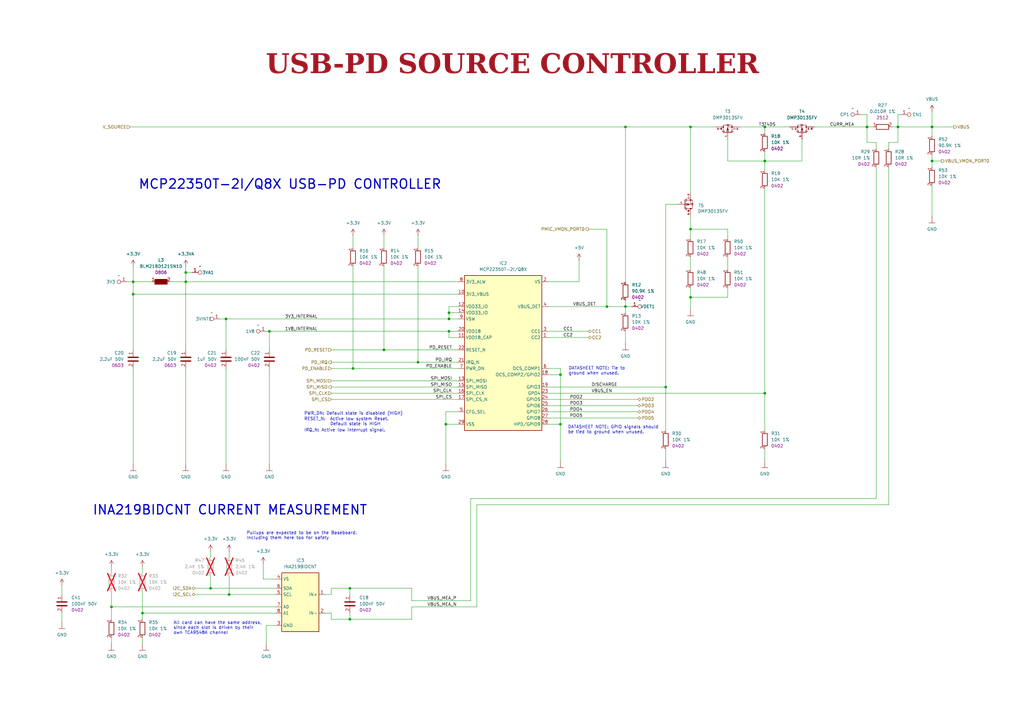
<source format=kicad_sch>
(kicad_sch (version 20250114) (generator "eeschema") (generator_version "9.0")
  (paper "A3")
  (title_block (title "Sheet Title B") (date "2025-01-12") (rev "1.0.0") (company "DvidMakesThings"))
  (text "DATASHEET NOTE: Tie to \nground when unused." (at 233.172 152.146 0) (effects (font (size 1.27 1.27)) (justify left)))
  (text "MCP22350T-2I/Q8X USB-PD CONTROLLER" (at 56.642 75.692 0) (effects (font (size 3.81 3.81) (thickness 0.508) (bold yes)) (justify left)))
  (text "PWR_DN: Default state is disabled (HIGH)" (at 124.714 169.672 0) (effects (font (size 1.27 1.27)) (justify left)))
  (text "Pullups are expected to be on the Baseboard. \nIncluding them here too for safety" (at 101.092 219.71 0) (effects (font (size 1.27 1.27)) (justify left)))
  (text "RESET_N:  Active low system Reset. \n           Default state is HIGH" (at 124.714 172.974 0) (effects (font (size 1.27 1.27)) (justify left)))
  (text "DATASHEET NOTE: GPIO signals should \nbe tied to ground when unused." (at 232.918 176.276 0) (effects (font (size 1.27 1.27)) (justify left)))
  (text "All card can have the same address,\nsince each slot is driven by their\nown TCA9548A channel" (at 71.12 257.556 0) (effects (font (size 1.27 1.27)) (justify left)))
  (text "IRQ_N: Active low interrupt signal." (at 124.714 176.53 0) (effects (font (size 1.27 1.27)) (justify left)))
  (text "INA219BIDCNT CURRENT MEASUREMENT" (at 37.846 209.296 0) (effects (font (size 3.81 3.81) (thickness 0.508) (bold yes)) (justify left)))
  (text_box "USB-PD SOURCE CONTROLLER" (at 13.97 20.32 0) (size 392.43 12.7) (margins 5.9999 5.9999 5.9999 5.9999) (stroke (width -0.0001)) (effects (font (size 8 8) (thickness 1.2) (bold yes))))
  (junction (at 54.61 120.65))
  (junction (at 256.54 125.73))
  (junction (at 283.21 52.07))
  (junction (at 283.21 93.98))
  (junction (at 283.21 121.92))
  (junction (at 184.15 135.89))
  (junction (at 382.27 66.04))
  (junction (at 93.98 243.84))
  (junction (at 86.36 241.3))
  (junction (at 313.69 52.07))
  (junction (at 248.92 125.73))
  (junction (at 273.05 158.75))
  (junction (at 382.27 52.07))
  (junction (at 229.87 153.67))
  (junction (at 58.42 251.46))
  (junction (at 54.61 115.57))
  (junction (at 110.49 135.89))
  (junction (at 144.78 151.13))
  (junction (at 45.72 248.92))
  (junction (at 313.69 66.04))
  (junction (at 143.51 241.3))
  (junction (at 92.71 130.81))
  (junction (at 355.6 52.07))
  (junction (at 76.2 115.57))
  (junction (at 256.54 52.07))
  (junction (at 368.3 52.07))
  (junction (at 157.48 143.51))
  (junction (at 184.15 130.81))
  (junction (at 171.45 148.59))
  (junction (at 143.51 254))
  (junction (at 76.2 111.76))
  (junction (at 182.88 173.99))
  (junction (at 184.15 128.27))
  (junction (at 313.69 161.29))
  (junction (at 229.87 173.99))
  (wire (pts (xy 53.34 52.07) (xy 256.54 52.07)))
  (wire (pts (xy 256.54 123.19) (xy 256.54 125.73)))
  (wire (pts (xy 143.51 251.46) (xy 143.51 254)))
  (wire (pts (xy 86.36 241.3) (xy 113.03 241.3)))
  (wire (pts (xy 90.17 130.81) (xy 92.71 130.81)))
  (wire (pts (xy 256.54 125.73) (xy 259.08 125.73)))
  (wire (pts (xy 69.85 115.57) (xy 76.2 115.57)))
  (wire (pts (xy 171.45 148.59) (xy 187.96 148.59)))
  (wire (pts (xy 364.49 68.58) (xy 364.49 207.01)))
  (wire (pts (xy 135.89 254) (xy 143.51 254)))
  (wire (pts (xy 25.4 240.03) (xy 25.4 243.84)))
  (wire (pts (xy 109.22 135.89) (xy 110.49 135.89)))
  (wire (pts (xy 45.72 242.57) (xy 45.72 248.92)))
  (wire (pts (xy 135.89 241.3) (xy 143.51 241.3)))
  (wire (pts (xy 195.58 207.01) (xy 195.58 248.92)))
  (wire (pts (xy 135.89 156.21) (xy 187.96 156.21)))
  (wire (pts (xy 382.27 52.07) (xy 382.27 55.88)))
  (wire (pts (xy 224.79 168.91) (xy 261.62 168.91)))
  (wire (pts (xy 135.89 151.13) (xy 144.78 151.13)))
  (wire (pts (xy 157.48 109.22) (xy 157.48 143.51)))
  (wire (pts (xy 283.21 118.11) (xy 283.21 121.92)))
  (wire (pts (xy 92.71 130.81) (xy 184.15 130.81)))
  (wire (pts (xy 365.76 52.07) (xy 368.3 52.07)))
  (wire (pts (xy 368.3 46.99) (xy 368.3 52.07)))
  (wire (pts (xy 256.54 52.07) (xy 283.21 52.07)))
  (wire (pts (xy 248.92 125.73) (xy 256.54 125.73)))
  (wire (pts (xy 334.01 52.07) (xy 355.6 52.07)))
  (wire (pts (xy 184.15 128.27) (xy 187.96 128.27)))
  (wire (pts (xy 298.45 118.11) (xy 298.45 121.92)))
  (wire (pts (xy 229.87 173.99) (xy 229.87 189.23)))
  (wire (pts (xy 182.88 168.91) (xy 182.88 173.99)))
  (wire (pts (xy 93.98 226.06) (xy 93.98 228.6)))
  (wire (pts (xy 143.51 241.3) (xy 143.51 243.84)))
  (wire (pts (xy 283.21 110.49) (xy 283.21 105.41)))
  (wire (pts (xy 58.42 242.57) (xy 58.42 251.46)))
  (wire (pts (xy 224.79 171.45) (xy 261.62 171.45)))
  (wire (pts (xy 113.03 237.49) (xy 107.95 237.49)))
  (wire (pts (xy 283.21 93.98) (xy 298.45 93.98)))
  (wire (pts (xy 80.01 241.3) (xy 86.36 241.3)))
  (wire (pts (xy 92.71 190.5) (xy 92.71 151.13)))
  (wire (pts (xy 113.03 256.54) (xy 109.22 256.54)))
  (wire (pts (xy 355.6 46.99) (xy 355.6 52.07)))
  (wire (pts (xy 298.45 66.04) (xy 313.69 66.04)))
  (wire (pts (xy 364.49 60.96) (xy 364.49 58.42)))
  (wire (pts (xy 229.87 153.67) (xy 229.87 173.99)))
  (wire (pts (xy 168.91 248.92) (xy 195.58 248.92)))
  (wire (pts (xy 237.49 106.68) (xy 237.49 115.57)))
  (wire (pts (xy 187.96 125.73) (xy 184.15 125.73)))
  (wire (pts (xy 224.79 151.13) (xy 229.87 151.13)))
  (wire (pts (xy 143.51 254) (xy 168.91 254)))
  (wire (pts (xy 283.21 52.07) (xy 293.37 52.07)))
  (wire (pts (xy 168.91 246.38) (xy 193.04 246.38)))
  (wire (pts (xy 256.54 140.97) (xy 256.54 135.89)))
  (wire (pts (xy 144.78 109.22) (xy 144.78 151.13)))
  (wire (pts (xy 76.2 190.5) (xy 76.2 151.13)))
  (wire (pts (xy 382.27 52.07) (xy 391.16 52.07)))
  (wire (pts (xy 76.2 111.76) (xy 76.2 115.57)))
  (wire (pts (xy 368.3 58.42) (xy 368.3 52.07)))
  (wire (pts (xy 45.72 232.41) (xy 45.72 234.95)))
  (wire (pts (xy 224.79 161.29) (xy 313.69 161.29)))
  (wire (pts (xy 184.15 125.73) (xy 184.15 128.27)))
  (wire (pts (xy 224.79 115.57) (xy 237.49 115.57)))
  (wire (pts (xy 273.05 189.23) (xy 273.05 184.15)))
  (wire (pts (xy 359.41 58.42) (xy 355.6 58.42)))
  (wire (pts (xy 54.61 120.65) (xy 54.61 115.57)))
  (wire (pts (xy 355.6 58.42) (xy 355.6 52.07)))
  (wire (pts (xy 313.69 62.23) (xy 313.69 66.04)))
  (wire (pts (xy 256.54 125.73) (xy 256.54 128.27)))
  (wire (pts (xy 54.61 115.57) (xy 62.23 115.57)))
  (wire (pts (xy 133.35 251.46) (xy 135.89 251.46)))
  (wire (pts (xy 313.69 161.29) (xy 313.69 77.47)))
  (wire (pts (xy 52.07 115.57) (xy 54.61 115.57)))
  (wire (pts (xy 107.95 231.14) (xy 107.95 237.49)))
  (wire (pts (xy 54.61 190.5) (xy 54.61 151.13)))
  (wire (pts (xy 313.69 189.23) (xy 313.69 184.15)))
  (wire (pts (xy 313.69 66.04) (xy 313.69 69.85)))
  (wire (pts (xy 187.96 130.81) (xy 184.15 130.81)))
  (wire (pts (xy 368.3 52.07) (xy 382.27 52.07)))
  (wire (pts (xy 313.69 161.29) (xy 313.69 176.53)))
  (wire (pts (xy 298.45 93.98) (xy 298.45 97.79)))
  (wire (pts (xy 241.3 93.98) (xy 248.92 93.98)))
  (wire (pts (xy 283.21 121.92) (xy 298.45 121.92)))
  (wire (pts (xy 135.89 163.83) (xy 187.96 163.83)))
  (wire (pts (xy 157.48 96.52) (xy 157.48 101.6)))
  (wire (pts (xy 224.79 138.43) (xy 241.3 138.43)))
  (wire (pts (xy 93.98 236.22) (xy 93.98 243.84)))
  (wire (pts (xy 298.45 57.15) (xy 298.45 66.04)))
  (wire (pts (xy 364.49 207.01) (xy 195.58 207.01)))
  (wire (pts (xy 359.41 60.96) (xy 359.41 58.42)))
  (wire (pts (xy 283.21 121.92) (xy 283.21 127)))
  (wire (pts (xy 54.61 115.57) (xy 54.61 109.22)))
  (wire (pts (xy 313.69 52.07) (xy 313.69 54.61)))
  (wire (pts (xy 54.61 120.65) (xy 54.61 143.51)))
  (wire (pts (xy 328.93 66.04) (xy 313.69 66.04)))
  (wire (pts (xy 135.89 148.59) (xy 171.45 148.59)))
  (wire (pts (xy 224.79 158.75) (xy 273.05 158.75)))
  (wire (pts (xy 313.69 52.07) (xy 323.85 52.07)))
  (wire (pts (xy 143.51 241.3) (xy 168.91 241.3)))
  (wire (pts (xy 58.42 232.41) (xy 58.42 234.95)))
  (wire (pts (xy 76.2 111.76) (xy 78.74 111.76)))
  (wire (pts (xy 58.42 261.62) (xy 58.42 264.16)))
  (wire (pts (xy 229.87 151.13) (xy 229.87 153.67)))
  (wire (pts (xy 168.91 254) (xy 168.91 248.92)))
  (wire (pts (xy 382.27 66.04) (xy 386.08 66.04)))
  (wire (pts (xy 135.89 161.29) (xy 187.96 161.29)))
  (wire (pts (xy 283.21 78.74) (xy 283.21 52.07)))
  (wire (pts (xy 80.01 243.84) (xy 93.98 243.84)))
  (wire (pts (xy 110.49 135.89) (xy 110.49 143.51)))
  (wire (pts (xy 144.78 151.13) (xy 187.96 151.13)))
  (wire (pts (xy 58.42 251.46) (xy 113.03 251.46)))
  (wire (pts (xy 303.53 52.07) (xy 313.69 52.07)))
  (wire (pts (xy 224.79 166.37) (xy 261.62 166.37)))
  (wire (pts (xy 369.57 46.99) (xy 368.3 46.99)))
  (wire (pts (xy 92.71 130.81) (xy 92.71 143.51)))
  (wire (pts (xy 93.98 243.84) (xy 113.03 243.84)))
  (wire (pts (xy 187.96 135.89) (xy 184.15 135.89)))
  (wire (pts (xy 171.45 109.22) (xy 171.45 148.59)))
  (wire (pts (xy 224.79 173.99) (xy 229.87 173.99)))
  (wire (pts (xy 76.2 115.57) (xy 187.96 115.57)))
  (wire (pts (xy 58.42 251.46) (xy 58.42 254)))
  (wire (pts (xy 224.79 135.89) (xy 241.3 135.89)))
  (wire (pts (xy 359.41 204.47) (xy 193.04 204.47)))
  (wire (pts (xy 171.45 96.52) (xy 171.45 101.6)))
  (wire (pts (xy 224.79 153.67) (xy 229.87 153.67)))
  (wire (pts (xy 382.27 66.04) (xy 382.27 68.58)))
  (wire (pts (xy 248.92 93.98) (xy 248.92 125.73)))
  (wire (pts (xy 256.54 52.07) (xy 256.54 115.57)))
  (wire (pts (xy 187.96 120.65) (xy 54.61 120.65)))
  (wire (pts (xy 283.21 93.98) (xy 283.21 88.9)))
  (wire (pts (xy 182.88 173.99) (xy 182.88 190.5)))
  (wire (pts (xy 353.06 46.99) (xy 355.6 46.99)))
  (wire (pts (xy 168.91 241.3) (xy 168.91 246.38)))
  (wire (pts (xy 283.21 97.79) (xy 283.21 93.98)))
  (wire (pts (xy 76.2 115.57) (xy 76.2 143.51)))
  (wire (pts (xy 328.93 57.15) (xy 328.93 66.04)))
  (wire (pts (xy 355.6 52.07) (xy 358.14 52.07)))
  (wire (pts (xy 25.4 255.27) (xy 25.4 251.46)))
  (wire (pts (xy 133.35 243.84) (xy 135.89 243.84)))
  (wire (pts (xy 382.27 76.2) (xy 382.27 88.9)))
  (wire (pts (xy 144.78 96.52) (xy 144.78 101.6)))
  (wire (pts (xy 110.49 190.5) (xy 110.49 151.13)))
  (wire (pts (xy 135.89 251.46) (xy 135.89 254)))
  (wire (pts (xy 224.79 163.83) (xy 261.62 163.83)))
  (wire (pts (xy 273.05 83.82) (xy 278.13 83.82)))
  (wire (pts (xy 193.04 204.47) (xy 193.04 246.38)))
  (wire (pts (xy 86.36 226.06) (xy 86.36 228.6)))
  (wire (pts (xy 382.27 45.72) (xy 382.27 52.07)))
  (wire (pts (xy 109.22 256.54) (xy 109.22 264.16)))
  (wire (pts (xy 273.05 158.75) (xy 273.05 176.53)))
  (wire (pts (xy 45.72 261.62) (xy 45.72 264.16)))
  (wire (pts (xy 135.89 158.75) (xy 187.96 158.75)))
  (wire (pts (xy 359.41 68.58) (xy 359.41 204.47)))
  (wire (pts (xy 86.36 236.22) (xy 86.36 241.3)))
  (wire (pts (xy 135.89 243.84) (xy 135.89 241.3)))
  (wire (pts (xy 224.79 125.73) (xy 248.92 125.73)))
  (wire (pts (xy 184.15 128.27) (xy 184.15 130.81)))
  (wire (pts (xy 45.72 248.92) (xy 113.03 248.92)))
  (wire (pts (xy 273.05 158.75) (xy 273.05 83.82)))
  (wire (pts (xy 187.96 168.91) (xy 182.88 168.91)))
  (wire (pts (xy 364.49 58.42) (xy 368.3 58.42)))
  (wire (pts (xy 187.96 173.99) (xy 182.88 173.99)))
  (wire (pts (xy 298.45 105.41) (xy 298.45 110.49)))
  (wire (pts (xy 382.27 63.5) (xy 382.27 66.04)))
  (wire (pts (xy 45.72 248.92) (xy 45.72 254)))
  (wire (pts (xy 184.15 138.43) (xy 184.15 135.89)))
  (wire (pts (xy 76.2 111.76) (xy 76.2 109.22)))
  (wire (pts (xy 187.96 138.43) (xy 184.15 138.43)))
  (wire (pts (xy 110.49 135.89) (xy 184.15 135.89)))
  (wire (pts (xy 157.48 143.51) (xy 187.96 143.51)))
  (wire (pts (xy 135.89 143.51) (xy 157.48 143.51)))
  (label "PD_IRQ" (at 185.42 148.59 180))
  (label "SPI_CS" (at 185.42 163.83 180))
  (label "VBUS_EN" (at 242.57 161.29 0))
  (label "PDO3" (at 233.68 166.37 0))
  (label "VBUS_DET" (at 234.95 125.73 0))
  (label "PDO2" (at 233.68 163.83 0))
  (label "1V8_INTERNAL" (at 116.84 135.89 0))
  (label "VBUS_MEA_P" (at 175.26 246.38 0))
  (label "PDO5" (at 233.68 171.45 0))
  (label "T3T4DS" (at 311.15 52.07 0))
  (label "SPI_MISO" (at 185.42 158.75 180))
  (label "PD_RESET" (at 185.42 143.51 180))
  (label "CC1" (at 234.95 135.89 180))
  (label "PD_ENABLE" (at 185.42 151.13 180))
  (label "DISCHARGE" (at 242.57 158.75 0))
  (label "SPI_MOSI" (at 185.42 156.21 180))
  (label "VBUS_MEA_N" (at 175.26 248.92 0))
  (label "3V3_INTERNAL" (at 116.84 130.81 0))
  (label "CURR_MEA" (at 340.36 52.07 0))
  (label "SPI_CLK" (at 185.42 161.29 180))
  (label "PDO4" (at 233.68 168.91 0))
  (label "CC2" (at 234.95 138.43 180))
  (hierarchical_label "I2C_SCL" (shape bidirectional) (at 80.01 243.84 180))
  (hierarchical_label "PD_RESET" (shape input) (at 135.89 143.51 180))
  (hierarchical_label "V_SOURCE" (shape input) (at 53.34 52.07 180))
  (hierarchical_label "PD_ENABLE" (shape input) (at 135.89 151.13 180))
  (hierarchical_label "PMIC_VMON_PORT0" (shape output) (at 241.3 93.98 180))
  (hierarchical_label "SPI_MISO" (shape output) (at 135.89 158.75 180))
  (hierarchical_label "PDO4" (shape bidirectional) (at 261.62 168.91 0))
  (hierarchical_label "SPI_MOSI" (shape input) (at 135.89 156.21 180))
  (hierarchical_label "PD_IRQ" (shape output) (at 135.89 148.59 180))
  (hierarchical_label "CC1" (shape bidirectional) (at 241.3 135.89 0))
  (hierarchical_label "PDO5" (shape bidirectional) (at 261.62 171.45 0))
  (hierarchical_label "VBUS_VMON_PORT0" (shape output) (at 386.08 66.04 0))
  (hierarchical_label "PDO2" (shape bidirectional) (at 261.62 163.83 0))
  (hierarchical_label "SPI_CS" (shape input) (at 135.89 163.83 180))
  (hierarchical_label "CC2" (shape bidirectional) (at 241.3 138.43 0))
  (hierarchical_label "I2C_SDA" (shape bidirectional) (at 80.01 241.3 180))
  (hierarchical_label "PDO3" (shape bidirectional) (at 261.62 166.37 0))
  (hierarchical_label "SPI_CLK" (shape input) (at 135.89 161.29 180))
  (hierarchical_label "VBUS" (shape output) (at 391.16 52.07 0))
  (symbol (lib_id "DS_Resistor_0402:10K 1% 0402") (at 157.48 105.41 0) (unit 1)
    (property "Reference" "R14" (at 160.02 102.8699 0) (effects (justify left)))
    (property "Value" "10K 1%" (at 160.02 105.4099 0) (effects (justify left)))
    (property "Footprint" "Resistor_SMD:R_0402_1005Metric" (effects (hide yes)))
    (property "Description" "62.5mW Thick Film Resistors 50V ±100ppm/℃ ±1% 10kΩ 0402 Chip Resistor - Surface Mount ROHS" (effects (hide yes)))
    (property "LCSC_PART" "C25744" (effects (hide yes)))
    (property "ROHS" "YES" (effects (hide yes)))
    (property "FOOTPRINT_SHORT" "0402" (at 160.02 107.9499 0) (effects (justify left)))
    (property "MFR" "ROHM" (effects (hide yes)))
  )
  (symbol (lib_id "DS_Test:Test_Point") (at 107.95 135.89 90) (unit 1)
    (property "Reference" "1V8" (at 102.616 135.89 90))
    (property "Value" "~" (at 105.918 133.35 90))
    (property "Footprint" "DS_Test:TestPoint_0.6mm" (effects (hide yes)))
  )
  (symbol (lib_id "DS_Test:Test_Point") (at 80.01 111.76 270) (mirror x) (unit 1)
    (property "Reference" "3VA1" (at 85.344 111.76 90))
    (property "Value" "~" (at 82.042 109.22 90))
    (property "Footprint" "DS_Test:TestPoint_0.6mm" (effects (hide yes)))
  )
  (symbol (lib_id "power:+5V") (at 237.49 106.68 0) (unit 1)
    (property "Reference" "#PWR31" (effects (hide yes)))
    (property "Value" "+5V" (at 237.49 101.6 0))
    (property "Description" "Power symbol creates a global label with name \"+5V\"" (effects (hide yes)))
  )
  (symbol (lib_id "DS_Supply:GND") (at 92.71 190.5 0) (unit 1)
    (property "Reference" "#PWR29" (effects (hide yes)))
    (property "Value" "GND" (at 92.71 195.58 0))
    (property "Description" "Power symbol creates a global label with name \"GND\" , ground" (effects (hide yes)))
  )
  (symbol (lib_id "power:+3.3V") (at 45.72 232.41 0) (unit 1)
    (property "Reference" "#PWR45" (effects (hide yes)))
    (property "Value" "+3.3V" (at 45.72 227.33 0))
    (property "Description" "Power symbol creates a global label with name \"+3.3V\"" (effects (hide yes)))
  )
  (symbol (lib_id "DS_Supply:GND") (at 382.27 88.9 0) (unit 1)
    (property "Reference" "#PWR093" (effects (hide yes)))
    (property "Value" "GND" (at 382.27 93.98 0))
    (property "Description" "Power symbol creates a global label with name \"GND\" , ground" (effects (hide yes)))
  )
  (symbol (lib_id "DS_Supply:GND") (at 256.54 140.97 0) (unit 1)
    (property "Reference" "#PWR32" (effects (hide yes)))
    (property "Value" "GND" (at 256.54 146.05 0))
    (property "Description" "Power symbol creates a global label with name \"GND\" , ground" (effects (hide yes)))
  )
  (symbol (lib_id "DS_Test:Test_Point") (at 351.79 46.99 90) (unit 1)
    (property "Reference" "CP1" (at 346.456 46.99 90))
    (property "Value" "~" (at 349.758 44.45 90))
    (property "Footprint" "DS_Test:TestPoint_0.6mm" (effects (hide yes)))
  )
  (symbol (lib_id "DS_Capacitor_0402:100nF 50V 0402") (at 110.49 147.32 0) (mirror y) (unit 1)
    (property "Reference" "C22" (at 106.68 144.7799 0) (effects (justify left)))
    (property "Value" "100nF 50V" (at 106.68 147.3199 0) (effects (justify left)))
    (property "Footprint" "Capacitor_SMD:C_0402_1005Metric" (effects (hide yes)))
    (property "Description" "50V 100nF X7R ±10% 0402 Multilayer Ceramic Capacitors MLCC - SMD/SMT ROHS" (effects (hide yes)))
    (property "FOOTPRINT_SHORT" "0402" (at 106.68 149.8599 0) (effects (justify left)))
    (property "ROHS" "YES" (effects (hide yes)))
    (property "LCSC_PART" "C307331" (effects (hide yes)))
  )
  (symbol (lib_id "DS_Supply:GND") (at 109.22 264.16 0) (unit 1)
    (property "Reference" "#PWR43" (effects (hide yes)))
    (property "Value" "GND" (at 109.22 269.24 0))
    (property "Description" "Power symbol creates a global label with name \"GND\" , ground" (effects (hide yes)))
  )
  (symbol (lib_id "DS_Resistor_0402:2.4K 1% 0402") (at 86.36 232.41 0) (mirror y) (unit 1) (in_bom no) (dnp yes)
    (property "Reference" "R47" (at 83.82 229.8699 0) (effects (justify left)))
    (property "Value" "2.4K 1%" (at 83.82 232.4099 0) (effects (justify left)))
    (property "Footprint" "Resistor_SMD:R_0402_1005Metric" (effects (hide yes)))
    (property "Description" "62.5mW Thick Film Resistors 50V ±100ppm/℃ ±1% 2.4kΩ 0402 Chip Resistor - Surface Mount ROHS" (effects (hide yes)))
    (property "LCSC_PART" "C25882" (effects (hide yes)))
    (property "ROHS" "YES" (effects (hide yes)))
    (property "FOOTPRINT_SHORT" "0402" (at 83.82 234.9499 0) (effects (justify left)))
    (property "MFR" "LIZ" (effects (hide yes)))
  )
  (symbol (lib_id "DS_Peripherals:MCP22350T-2I") (at 208.28 146.05 0) (unit 1)
    (property "Reference" "IC2" (at 206.375 107.95 0))
    (property "Value" "MCP22350T-2I/Q8X" (at 206.375 110.49 0))
    (property "Footprint" "DS_Peripherals:QFN-28-1EP_4x4mm_P0.4mm_EP2.6x2.6mm_ThermalVias" (effects (hide yes)))
    (property "Datasheet" "https://ww1.microchip.com/downloads/aemDocuments/documents/APID/ProductDocuments/DataSheets/MCP22350-Integrated-Small-Form-Factor-USB-Type-C-Data-Sheet-DS20006885.pdf" (effects (hide yes)))
    (property "Description" "USB Controller USB 3.1 SPI Interface 28-QFN (4x4)" (effects (hide yes)))
    (property "MPN" "MCP22350T-2I/Q8X" (effects (hide yes)))
    (property "MFR" "Microchip Technology" (effects (hide yes)))
    (property "LCSC_PART" "C38202699" (effects (hide yes)))
    (property "DIST1" "https://www.digikey.de/en/products/detail/texas-instruments/sn74lvc1g97qdckrq1/716453" (effects (hide yes)))
    (property "ROHS" "YES" (effects (hide yes)))
  )
  (symbol (lib_id "DS_Test:Test_Point") (at 50.8 115.57 90) (unit 1)
    (property "Reference" "3V3" (at 45.466 115.57 90))
    (property "Value" "~" (at 48.768 113.03 90))
    (property "Footprint" "DS_Test:TestPoint_0.6mm" (effects (hide yes)))
  )
  (symbol (lib_id "DS_Resistor_0402:2.4K 1% 0402") (at 93.98 232.41 0) (unit 1) (in_bom no) (dnp yes)
    (property "Reference" "R45" (at 96.52 229.8699 0) (effects (justify left)))
    (property "Value" "2.4K 1%" (at 96.52 232.4099 0) (effects (justify left)))
    (property "Footprint" "Resistor_SMD:R_0402_1005Metric" (effects (hide yes)))
    (property "Description" "62.5mW Thick Film Resistors 50V ±100ppm/℃ ±1% 2.4kΩ 0402 Chip Resistor - Surface Mount ROHS" (effects (hide yes)))
    (property "LCSC_PART" "C25882" (effects (hide yes)))
    (property "ROHS" "YES" (effects (hide yes)))
    (property "FOOTPRINT_SHORT" "0402" (at 96.52 234.9499 0) (effects (justify left)))
    (property "MFR" "LIZ" (effects (hide yes)))
  )
  (symbol (lib_id "DS_Supply:GND") (at 76.2 190.5 0) (unit 1)
    (property "Reference" "#PWR26" (effects (hide yes)))
    (property "Value" "GND" (at 76.2 195.58 0))
    (property "Description" "Power symbol creates a global label with name \"GND\" , ground" (effects (hide yes)))
  )
  (symbol (lib_id "DS_Resistor_0402:10R 1% 0402") (at 359.41 64.77 0) (mirror y) (unit 1)
    (property "Reference" "R29" (at 356.87 62.2299 0) (effects (justify left)))
    (property "Value" "10R 1%" (at 356.87 64.7699 0) (effects (justify left)))
    (property "Footprint" "Resistor_SMD:R_0402_1005Metric" (effects (hide yes)))
    (property "Description" "62.5mW Thick Film Resistors 50V ±1% ±200ppm/℃ 10Ω 0402 Chip Resistor - Surface Mount ROHS" (effects (hide yes)))
    (property "LCSC_PART" "C25077" (effects (hide yes)))
    (property "ROHS" "YES" (effects (hide yes)))
    (property "FOOTPRINT_SHORT" "0402" (at 356.87 67.3099 0) (effects (justify left)))
    (property "MFR" "Uniohm" (effects (hide yes)))
  )
  (symbol (lib_id "DS_Resistor_0402:10K 1% 0402") (at 283.21 114.3 0) (unit 1)
    (property "Reference" "R48" (at 285.75 111.7599 0) (effects (justify left)))
    (property "Value" "10K 1%" (at 285.75 114.2999 0) (effects (justify left)))
    (property "Footprint" "Resistor_SMD:R_0402_1005Metric" (effects (hide yes)))
    (property "Description" "62.5mW Thick Film Resistors 50V ±100ppm/℃ ±1% 10kΩ 0402 Chip Resistor - Surface Mount ROHS" (effects (hide yes)))
    (property "LCSC_PART" "C25744" (effects (hide yes)))
    (property "ROHS" "YES" (effects (hide yes)))
    (property "FOOTPRINT_SHORT" "0402" (at 285.75 116.8399 0) (effects (justify left)))
    (property "MFR" "ROHM" (effects (hide yes)))
  )
  (symbol (lib_id "DS_Test:Test_Point") (at 370.84 46.99 270) (mirror x) (unit 1)
    (property "Reference" "CN1" (at 376.174 46.99 90))
    (property "Value" "~" (at 372.872 44.45 90))
    (property "Footprint" "DS_Test:TestPoint_0.6mm" (effects (hide yes)))
  )
  (symbol (lib_id "power:+3.3V") (at 54.61 109.22 0) (unit 1)
    (property "Reference" "#PWR24" (effects (hide yes)))
    (property "Value" "+3.3V" (at 54.61 104.14 0))
    (property "Description" "Power symbol creates a global label with name \"+3.3V\"" (effects (hide yes)))
  )
  (symbol (lib_id "DS_Supply:GND") (at 313.69 189.23 0) (unit 1)
    (property "Reference" "#PWR42" (effects (hide yes)))
    (property "Value" "GND" (at 313.69 194.31 0))
    (property "Description" "Power symbol creates a global label with name \"GND\" , ground" (effects (hide yes)))
  )
  (symbol (lib_id "DS_Resistor_0402:10R 1% 0402") (at 364.49 64.77 0) (unit 1)
    (property "Reference" "R28" (at 367.03 62.2299 0) (effects (justify left)))
    (property "Value" "10R 1%" (at 367.03 64.7699 0) (effects (justify left)))
    (property "Footprint" "Resistor_SMD:R_0402_1005Metric" (effects (hide yes)))
    (property "Description" "62.5mW Thick Film Resistors 50V ±1% ±200ppm/℃ 10Ω 0402 Chip Resistor - Surface Mount ROHS" (effects (hide yes)))
    (property "LCSC_PART" "C25077" (effects (hide yes)))
    (property "ROHS" "YES" (effects (hide yes)))
    (property "FOOTPRINT_SHORT" "0402" (at 367.03 67.3099 0) (effects (justify left)))
    (property "MFR" "Uniohm" (effects (hide yes)))
  )
  (symbol (lib_id "DS_Resistor_0402:10K 1% 0402") (at 313.69 180.34 0) (unit 1)
    (property "Reference" "R31" (at 316.23 177.7999 0) (effects (justify left)))
    (property "Value" "10K 1%" (at 316.23 180.3399 0) (effects (justify left)))
    (property "Footprint" "Resistor_SMD:R_0402_1005Metric" (effects (hide yes)))
    (property "Description" "62.5mW Thick Film Resistors 50V ±100ppm/℃ ±1% 10kΩ 0402 Chip Resistor - Surface Mount ROHS" (effects (hide yes)))
    (property "LCSC_PART" "C25744" (effects (hide yes)))
    (property "ROHS" "YES" (effects (hide yes)))
    (property "FOOTPRINT_SHORT" "0402" (at 316.23 182.8799 0) (effects (justify left)))
    (property "MFR" "ROHM" (effects (hide yes)))
  )
  (symbol (lib_id "DS_Supply:GND") (at 283.21 127 0) (unit 1)
    (property "Reference" "#PWR37" (effects (hide yes)))
    (property "Value" "GND" (at 283.21 132.08 0))
    (property "Description" "Power symbol creates a global label with name \"GND\" , ground" (effects (hide yes)))
  )
  (symbol (lib_id "DS_Resistor_2512:0.010R 1% 2512") (at 361.95 52.07 90) (unit 1)
    (property "Reference" "R27" (at 361.95 43.18 90))
    (property "Value" "0.010R 1%" (at 361.95 45.72 90))
    (property "Footprint" "Resistor_SMD:R_2512_6332Metric" (effects (hide yes)))
    (property "Description" "-55℃~+155℃ 10mΩ 1W 200V Thick Film Resistor ±1% ±1500ppm/℃ 2512 Chip Resistor - Surface Mount ROHS" (effects (hide yes)))
    (property "LCSC_PART" "C127692" (effects (hide yes)))
    (property "ROHS" "YES" (effects (hide yes)))
    (property "FOOTPRINT_SHORT" "2512" (at 361.95 48.26 90))
    (property "MFR" " UNI-ROYAL" (effects (hide yes)))
  )
  (symbol (lib_id "power:+3.3V") (at 144.78 96.52 0) (unit 1)
    (property "Reference" "#PWR36" (effects (hide yes)))
    (property "Value" "+3.3V" (at 144.78 91.44 0))
    (property "Description" "Power symbol creates a global label with name \"+3.3V\"" (effects (hide yes)))
  )
  (symbol (lib_id "DS_Supply:GND") (at 25.4 255.27 0) (unit 1)
    (property "Reference" "#PWR090" (effects (hide yes)))
    (property "Value" "GND" (at 25.4 260.35 0))
    (property "Description" "Power symbol creates a global label with name \"GND\" , ground" (effects (hide yes)))
  )
  (symbol (lib_id "DS_Resistor_0402:10K 1% 0402") (at 283.21 101.6 0) (unit 1)
    (property "Reference" "R17" (at 285.75 99.0599 0) (effects (justify left)))
    (property "Value" "10K 1%" (at 285.75 101.5999 0) (effects (justify left)))
    (property "Footprint" "Resistor_SMD:R_0402_1005Metric" (effects (hide yes)))
    (property "Description" "62.5mW Thick Film Resistors 50V ±100ppm/℃ ±1% 10kΩ 0402 Chip Resistor - Surface Mount ROHS" (effects (hide yes)))
    (property "LCSC_PART" "C25744" (effects (hide yes)))
    (property "ROHS" "YES" (effects (hide yes)))
    (property "FOOTPRINT_SHORT" "0402" (at 285.75 104.1399 0) (effects (justify left)))
    (property "MFR" "ROHM" (effects (hide yes)))
  )
  (symbol (lib_id "power:+3.3V") (at 58.42 232.41 0) (unit 1)
    (property "Reference" "#PWR44" (effects (hide yes)))
    (property "Value" "+3.3V" (at 58.42 227.33 0))
    (property "Description" "Power symbol creates a global label with name \"+3.3V\"" (effects (hide yes)))
  )
  (symbol (lib_id "DS_Supply:GND") (at 229.87 189.23 0) (unit 1)
    (property "Reference" "#PWR38" (effects (hide yes)))
    (property "Value" "GND" (at 229.87 194.31 0))
    (property "Description" "Power symbol creates a global label with name \"GND\" , ground" (effects (hide yes)))
  )
  (symbol (lib_id "DS_Resistor_0402:90.9K 1% 0402") (at 256.54 119.38 0) (unit 1)
    (property "Reference" "R12" (at 259.08 116.8399 0) (effects (justify left)))
    (property "Value" "90.9K 1%" (at 259.08 119.3799 0) (effects (justify left)))
    (property "Footprint" "Resistor_SMD:R_0402_1005Metric" (effects (hide yes)))
    (property "Datasheet" "https://jlcpcb.com/api/file/downloadByFileSystemAccessId/8588907086897537024" (effects (hide yes)))
    (property "Description" "90.9kΩ Thick Film Resistor ±1% ±100ppm/°C 0402 Chip Resistor - Surface Mount ROHS" (effects (hide yes)))
    (property "LCSC_PART" "C163452" (effects (hide yes)))
    (property "ROHS" "YES" (effects (hide yes)))
    (property "FOOTPRINT_SHORT" "0402" (at 259.08 121.9199 0) (effects (justify left)))
    (property "MFR" "YAGEO" (effects (hide yes)))
    (property "MPN" "RC0402FR-0790K9L" (effects (hide yes)))
  )
  (symbol (lib_id "DS_Resistor_0402:10K 1% 0402") (at 171.45 105.41 0) (unit 1)
    (property "Reference" "R15" (at 173.99 102.8699 0) (effects (justify left)))
    (property "Value" "10K 1%" (at 173.99 105.4099 0) (effects (justify left)))
    (property "Footprint" "Resistor_SMD:R_0402_1005Metric" (effects (hide yes)))
    (property "Description" "62.5mW Thick Film Resistors 50V ±100ppm/℃ ±1% 10kΩ 0402 Chip Resistor - Surface Mount ROHS" (effects (hide yes)))
    (property "LCSC_PART" "C25744" (effects (hide yes)))
    (property "ROHS" "YES" (effects (hide yes)))
    (property "FOOTPRINT_SHORT" "0402" (at 173.99 107.9499 0) (effects (justify left)))
    (property "MFR" "ROHM" (effects (hide yes)))
  )
  (symbol (lib_id "DS_Resistor_0402:10K 1% 0402") (at 58.42 257.81 0) (unit 1)
    (property "Reference" "R35" (at 60.96 255.2699 0) (effects (justify left)))
    (property "Value" "10K 1%" (at 60.96 257.8099 0) (effects (justify left)))
    (property "Footprint" "Resistor_SMD:R_0402_1005Metric" (effects (hide yes)))
    (property "Description" "62.5mW Thick Film Resistors 50V ±100ppm/℃ ±1% 10kΩ 0402 Chip Resistor - Surface Mount ROHS" (effects (hide yes)))
    (property "LCSC_PART" "C25744" (effects (hide yes)))
    (property "ROHS" "YES" (effects (hide yes)))
    (property "FOOTPRINT_SHORT" "0402" (at 60.96 260.3499 0) (effects (justify left)))
    (property "MFR" "ROHM" (effects (hide yes)))
  )
  (symbol (lib_id "power:VBUS") (at 382.27 45.72 0) (unit 1)
    (property "Reference" "#PWR33" (effects (hide yes)))
    (property "Value" "VBUS" (at 382.27 40.64 0))
    (property "Description" "Power symbol creates a global label with name \"VBUS\"" (effects (hide yes)))
  )
  (symbol (lib_id "DS_Resistor_0402:10K 1% 0402") (at 313.69 58.42 0) (unit 1)
    (property "Reference" "R18" (at 316.23 55.8799 0) (effects (justify left)))
    (property "Value" "10K 1%" (at 316.23 58.4199 0) (effects (justify left)))
    (property "Footprint" "Resistor_SMD:R_0402_1005Metric" (effects (hide yes)))
    (property "Description" "62.5mW Thick Film Resistors 50V ±100ppm/℃ ±1% 10kΩ 0402 Chip Resistor - Surface Mount ROHS" (effects (hide yes)))
    (property "LCSC_PART" "C25744" (effects (hide yes)))
    (property "ROHS" "YES" (effects (hide yes)))
    (property "FOOTPRINT_SHORT" "0402" (at 316.23 60.9599 0) (effects (justify left)))
    (property "MFR" "ROHM" (effects (hide yes)))
  )
  (symbol (lib_id "DS_Capacitor_0603:2.2uF 50V 0603") (at 76.2 147.32 0) (mirror y) (unit 1)
    (property "Reference" "C19" (at 72.39 144.7799 0) (effects (justify left)))
    (property "Value" "2.2uF 50V" (at 72.39 147.3199 0) (effects (justify left)))
    (property "Footprint" "Capacitor_SMD:C_0603_1608Metric" (effects (hide yes)))
    (property "Description" "50V 2.2uF X5R ±10% 0603 Multilayer Ceramic Capacitors MLCC - SMD/SMT ROHS" (effects (hide yes)))
    (property "FOOTPRINT_SHORT" "0603" (at 72.39 149.8599 0) (effects (justify left)))
    (property "ROHS" "YES" (effects (hide yes)))
    (property "LCSC_PART" "C913904" (effects (hide yes)))
    (property "MFR" "FH" (effects (hide yes)))
  )
  (symbol (lib_id "DS_Peripherals:INA219BIDCNT") (at 123.19 247.65 0) (unit 1)
    (property "Reference" "IC3" (at 123.19 229.87 0))
    (property "Value" "INA219BIDCNT" (at 123.19 232.41 0))
    (property "Footprint" "DS_Peripherals:SOT-23-8" (effects (hide yes)))
    (property "Datasheet" "https://www.ti.com/lit/ds/symlink/ina219.pdf" (effects (hide yes)))
    (property "Description" "Current Monitor Regulator High-Side 10mA SOT-23-8" (effects (hide yes)))
    (property "MPN" "INA219BIDCNT" (effects (hide yes)))
    (property "MFR" "Texas Instruments" (effects (hide yes)))
    (property "ROHS" "YES" (effects (hide yes)))
    (property "LCSC_PART" "C2653868" (effects (hide yes)))
    (property "DIST1" "https://www.digikey.de/en/products/detail/texas-instruments/ina190a1idckr/10434706" (effects (hide yes)))
  )
  (symbol (lib_id "DS_Resistor_0402:10K 1% 0402") (at 144.78 105.41 0) (unit 1)
    (property "Reference" "R16" (at 147.32 102.8699 0) (effects (justify left)))
    (property "Value" "10K 1%" (at 147.32 105.4099 0) (effects (justify left)))
    (property "Footprint" "Resistor_SMD:R_0402_1005Metric" (effects (hide yes)))
    (property "Description" "62.5mW Thick Film Resistors 50V ±100ppm/℃ ±1% 10kΩ 0402 Chip Resistor - Surface Mount ROHS" (effects (hide yes)))
    (property "LCSC_PART" "C25744" (effects (hide yes)))
    (property "ROHS" "YES" (effects (hide yes)))
    (property "FOOTPRINT_SHORT" "0402" (at 147.32 107.9499 0) (effects (justify left)))
    (property "MFR" "ROHM" (effects (hide yes)))
  )
  (symbol (lib_id "power:+3.3VA") (at 76.2 109.22 0) (unit 1)
    (property "Reference" "#PWR25" (effects (hide yes)))
    (property "Value" "+3.3VA" (at 76.2 104.14 0))
    (property "Description" "Power symbol creates a global label with name \"+3.3VA\"" (effects (hide yes)))
  )
  (symbol (lib_id "power:+3.3V") (at 93.98 226.06 0) (unit 1)
    (property "Reference" "#PWR083" (effects (hide yes)))
    (property "Value" "+3.3V" (at 93.98 220.98 0))
    (property "Description" "Power symbol creates a global label with name \"+3.3V\"" (effects (hide yes)))
  )
  (symbol (lib_id "DS_Supply:GND") (at 58.42 264.16 0) (unit 1)
    (property "Reference" "#PWR46" (effects (hide yes)))
    (property "Value" "GND" (at 58.42 269.24 0))
    (property "Description" "Power symbol creates a global label with name \"GND\" , ground" (effects (hide yes)))
  )
  (symbol (lib_id "power:+3.3V") (at 107.95 231.14 0) (unit 1)
    (property "Reference" "#PWR23" (effects (hide yes)))
    (property "Value" "+3.3V" (at 107.95 226.06 0))
    (property "Description" "Power symbol creates a global label with name \"+3.3V\"" (effects (hide yes)))
  )
  (symbol (lib_id "DS_Capacitor_0402:100nF 50V 0402") (at 25.4 247.65 0) (unit 1)
    (property "Reference" "C41" (at 29.21 245.1099 0) (effects (justify left)))
    (property "Value" "100nF 50V" (at 29.21 247.6499 0) (effects (justify left)))
    (property "Footprint" "Capacitor_SMD:C_0402_1005Metric" (effects (hide yes)))
    (property "Description" "50V 100nF X7R ±10% 0402 Multilayer Ceramic Capacitors MLCC - SMD/SMT ROHS" (effects (hide yes)))
    (property "FOOTPRINT_SHORT" "0402" (at 29.21 250.1899 0) (effects (justify left)))
    (property "ROHS" "YES" (effects (hide yes)))
    (property "LCSC_PART" "C307331" (effects (hide yes)))
  )
  (symbol (lib_id "DS_Test:Test_Point") (at 88.9 130.81 90) (unit 1)
    (property "Reference" "3VINT1" (at 83.566 130.81 90))
    (property "Value" "~" (at 86.868 128.27 90))
    (property "Footprint" "DS_Test:TestPoint_0.6mm" (effects (hide yes)))
  )
  (symbol (lib_id "power:+3.3V") (at 25.4 240.03 0) (mirror y) (unit 1)
    (property "Reference" "#PWR089" (effects (hide yes)))
    (property "Value" "+3.3V" (at 25.4 234.95 0))
    (property "Description" "Power symbol creates a global label with name \"+3.3V\"" (effects (hide yes)))
  )
  (symbol (lib_id "DS_Resistor_0402:10K 1% 0402") (at 313.69 73.66 0) (unit 1)
    (property "Reference" "R19" (at 316.23 71.1199 0) (effects (justify left)))
    (property "Value" "10K 1%" (at 316.23 73.6599 0) (effects (justify left)))
    (property "Footprint" "Resistor_SMD:R_0402_1005Metric" (effects (hide yes)))
    (property "Description" "62.5mW Thick Film Resistors 50V ±100ppm/℃ ±1% 10kΩ 0402 Chip Resistor - Surface Mount ROHS" (effects (hide yes)))
    (property "LCSC_PART" "C25744" (effects (hide yes)))
    (property "ROHS" "YES" (effects (hide yes)))
    (property "FOOTPRINT_SHORT" "0402" (at 316.23 76.1999 0) (effects (justify left)))
    (property "MFR" "ROHM" (effects (hide yes)))
  )
  (symbol (lib_id "DS_Test:Test_Point") (at 260.35 125.73 270) (mirror x) (unit 1)
    (property "Reference" "VDET1" (at 265.684 125.73 90))
    (property "Value" "~" (at 262.382 123.19 90))
    (property "Footprint" "DS_Test:TestPoint_0.6mm" (effects (hide yes)))
  )
  (symbol (lib_id "DS_FET:DMP3013SFV") (at 283.21 83.82 0) (mirror x) (unit 1)
    (property "Reference" "T5" (at 287.528 84.328 0))
    (property "Value" "DMP3013SFV" (at 292.354 86.614 0))
    (property "Footprint" "DS_FET:Diodes_PowerDI3333-8" (effects (hide yes)))
    (property "Datasheet" "https://www.diodes.com/assets/Datasheets/DMP3013SFV.pdf" (effects (hide yes)))
    (property "Description" "P-Channel 30 V 12A (Ta), 35A (Tc) 940mW (Ta) Surface Mount PowerDI3333-8 (Type UX)" (effects (hide yes)))
    (property "ROHS" "YES" (effects (hide yes)))
    (property "LCSC_PART" "C264098" (effects (hide yes)))
    (property "MPN" "DMP3013SFV" (effects (hide yes)))
    (property "MFR" "Infineon Technologies" (effects (hide yes)))
    (property "DIST1" "https://www.digikey.at/en/products/detail/diodes-incorporated/DMP3013SFV-13/8286369" (effects (hide yes)))
  )
  (symbol (lib_id "DS_Capacitor_0402:1uF 50V 0402") (at 92.71 147.32 0) (mirror y) (unit 1)
    (property "Reference" "C21" (at 88.9 144.7799 0) (effects (justify left)))
    (property "Value" "1uF 50V" (at 88.9 147.3199 0) (effects (justify left)))
    (property "Footprint" "Capacitor_SMD:C_0402_1005Metric" (effects (hide yes)))
    (property "Description" "50V 1uF X5R ±10% 0402 Multilayer Ceramic Capacitors MLCC - SMD/SMT ROHS" (effects (hide yes)))
    (property "FOOTPRINT_SHORT" "0402" (at 88.9 149.8599 0) (effects (justify left)))
    (property "ROHS" "YES" (effects (hide yes)))
    (property "LCSC_PART" "C1518208" (effects (hide yes)))
  )
  (symbol (lib_id "DS_Supply:GND") (at 45.72 264.16 0) (unit 1)
    (property "Reference" "#PWR47" (effects (hide yes)))
    (property "Value" "GND" (at 45.72 269.24 0))
    (property "Description" "Power symbol creates a global label with name \"GND\" , ground" (effects (hide yes)))
  )
  (symbol (lib_id "DS_Inductor:BLM21BD121SH1") (at 66.04 115.57 90) (unit 1)
    (property "Reference" "L3" (at 66.04 106.68 90))
    (property "Value" "BLM21BD121SN1D" (at 66.04 109.22 90))
    (property "Footprint" "Resistor_SMD:R_0805_2012Metric" (effects (hide yes)))
    (property "Datasheet" "https://www.farnell.com/datasheets/1914683.pdf" (effects (hide yes)))
    (property "Description" "120 Ohms @ 100 MHz 1 Differential Mode - Single Ferrite Bead 0805 (2012 Metric)" (effects (hide yes)))
    (property "LCSC_PART" "C1235333" (effects (hide yes)))
    (property "LCSC_PRICE" "EUR 0.0761" (effects (hide yes)))
    (property "MFR" "Murata Electronics" (effects (hide yes)))
    (property "MPN" "BLM21BD121SN1D" (effects (hide yes)))
    (property "Package" "0806" (at 66.04 111.76 90))
    (property "DIST1" "https://www.digikey.de/en/products/detail/murata-electronics/blm21bd121sn1d/584254" (effects (hide yes)))
    (property "PPU1" "EUR 0.13 DIGI" (effects (hide yes)))
    (property "DIST2" "https://de.farnell.com/murata/blm21bd121sn1d/ferrit-perle-0805-case-120ohm/dp/1515637" (effects (hide yes)))
    (property "PPU2" "EUR 0.104 Farnell" (effects (hide yes)))
  )
  (symbol (lib_id "DS_Resistor_0402:10K 1% 0402") (at 45.72 257.81 0) (unit 1)
    (property "Reference" "R34" (at 48.26 255.2699 0) (effects (justify left)))
    (property "Value" "10K 1%" (at 48.26 257.8099 0) (effects (justify left)))
    (property "Footprint" "Resistor_SMD:R_0402_1005Metric" (effects (hide yes)))
    (property "Description" "62.5mW Thick Film Resistors 50V ±100ppm/℃ ±1% 10kΩ 0402 Chip Resistor - Surface Mount ROHS" (effects (hide yes)))
    (property "LCSC_PART" "C25744" (effects (hide yes)))
    (property "ROHS" "YES" (effects (hide yes)))
    (property "FOOTPRINT_SHORT" "0402" (at 48.26 260.3499 0) (effects (justify left)))
    (property "MFR" "ROHM" (effects (hide yes)))
  )
  (symbol (lib_id "DS_Resistor_0402:10K 1% 0402") (at 273.05 180.34 0) (unit 1)
    (property "Reference" "R30" (at 275.59 177.7999 0) (effects (justify left)))
    (property "Value" "10K 1%" (at 275.59 180.3399 0) (effects (justify left)))
    (property "Footprint" "Resistor_SMD:R_0402_1005Metric" (effects (hide yes)))
    (property "Description" "62.5mW Thick Film Resistors 50V ±100ppm/℃ ±1% 10kΩ 0402 Chip Resistor - Surface Mount ROHS" (effects (hide yes)))
    (property "LCSC_PART" "C25744" (effects (hide yes)))
    (property "ROHS" "YES" (effects (hide yes)))
    (property "FOOTPRINT_SHORT" "0402" (at 275.59 182.8799 0) (effects (justify left)))
    (property "MFR" "ROHM" (effects (hide yes)))
  )
  (symbol (lib_id "DS_FET:DMP3013SFV") (at 298.45 52.07 90) (unit 1)
    (property "Reference" "T3" (at 298.45 45.72 90))
    (property "Value" "DMP3013SFV" (at 298.45 48.26 90))
    (property "Footprint" "DS_FET:Diodes_PowerDI3333-8" (effects (hide yes)))
    (property "Datasheet" "https://www.diodes.com/assets/Datasheets/DMP3013SFV.pdf" (effects (hide yes)))
    (property "Description" "P-Channel 30 V 12A (Ta), 35A (Tc) 940mW (Ta) Surface Mount PowerDI3333-8 (Type UX)" (effects (hide yes)))
    (property "ROHS" "YES" (effects (hide yes)))
    (property "LCSC_PART" "C264098" (effects (hide yes)))
    (property "MPN" "DMP3013SFV" (effects (hide yes)))
    (property "MFR" "Infineon Technologies" (effects (hide yes)))
    (property "DIST1" "https://www.digikey.at/en/products/detail/diodes-incorporated/DMP3013SFV-13/8286369" (effects (hide yes)))
  )
  (symbol (lib_id "DS_Resistor_0402:10K 1% 0402") (at 45.72 238.76 0) (unit 1) (in_bom no) (dnp yes)
    (property "Reference" "R32" (at 48.26 236.2199 0) (effects (justify left)))
    (property "Value" "10K 1%" (at 48.26 238.7599 0) (effects (justify left)))
    (property "Footprint" "Resistor_SMD:R_0402_1005Metric" (effects (hide yes)))
    (property "Description" "62.5mW Thick Film Resistors 50V ±100ppm/℃ ±1% 10kΩ 0402 Chip Resistor - Surface Mount ROHS" (effects (hide yes)))
    (property "LCSC_PART" "C25744" (effects (hide yes)))
    (property "ROHS" "YES" (effects (hide yes)))
    (property "FOOTPRINT_SHORT" "0402" (at 48.26 241.2999 0) (effects (justify left)))
    (property "MFR" "ROHM" (effects (hide yes)))
  )
  (symbol (lib_id "power:+3.3V") (at 157.48 96.52 0) (unit 1)
    (property "Reference" "#PWR34" (effects (hide yes)))
    (property "Value" "+3.3V" (at 157.48 91.44 0))
    (property "Description" "Power symbol creates a global label with name \"+3.3V\"" (effects (hide yes)))
  )
  (symbol (lib_id "DS_Supply:GND") (at 182.88 190.5 0) (unit 1)
    (property "Reference" "#PWR28" (effects (hide yes)))
    (property "Value" "GND" (at 182.88 195.58 0))
    (property "Description" "Power symbol creates a global label with name \"GND\" , ground" (effects (hide yes)))
  )
  (symbol (lib_id "DS_Capacitor_0603:2.2uF 50V 0603") (at 54.61 147.32 0) (mirror y) (unit 1)
    (property "Reference" "C20" (at 50.8 144.7799 0) (effects (justify left)))
    (property "Value" "2.2uF 50V" (at 50.8 147.3199 0) (effects (justify left)))
    (property "Footprint" "Capacitor_SMD:C_0603_1608Metric" (effects (hide yes)))
    (property "Description" "50V 2.2uF X5R ±10% 0603 Multilayer Ceramic Capacitors MLCC - SMD/SMT ROHS" (effects (hide yes)))
    (property "FOOTPRINT_SHORT" "0603" (at 50.8 149.8599 0) (effects (justify left)))
    (property "ROHS" "YES" (effects (hide yes)))
    (property "LCSC_PART" "C913904" (effects (hide yes)))
    (property "MFR" "FH" (effects (hide yes)))
  )
  (symbol (lib_id "DS_Resistor_0402:10K 1% 0402") (at 298.45 101.6 0) (unit 1)
    (property "Reference" "R50" (at 300.99 99.0599 0) (effects (justify left)))
    (property "Value" "10K 1%" (at 300.99 101.5999 0) (effects (justify left)))
    (property "Footprint" "Resistor_SMD:R_0402_1005Metric" (effects (hide yes)))
    (property "Description" "62.5mW Thick Film Resistors 50V ±100ppm/℃ ±1% 10kΩ 0402 Chip Resistor - Surface Mount ROHS" (effects (hide yes)))
    (property "LCSC_PART" "C25744" (effects (hide yes)))
    (property "ROHS" "YES" (effects (hide yes)))
    (property "FOOTPRINT_SHORT" "0402" (at 300.99 104.1399 0) (effects (justify left)))
    (property "MFR" "ROHM" (effects (hide yes)))
  )
  (symbol (lib_id "DS_Resistor_0402:10K 1% 0402") (at 298.45 114.3 0) (unit 1)
    (property "Reference" "R51" (at 300.99 111.7599 0) (effects (justify left)))
    (property "Value" "10K 1%" (at 300.99 114.2999 0) (effects (justify left)))
    (property "Footprint" "Resistor_SMD:R_0402_1005Metric" (effects (hide yes)))
    (property "Description" "62.5mW Thick Film Resistors 50V ±100ppm/℃ ±1% 10kΩ 0402 Chip Resistor - Surface Mount ROHS" (effects (hide yes)))
    (property "LCSC_PART" "C25744" (effects (hide yes)))
    (property "ROHS" "YES" (effects (hide yes)))
    (property "FOOTPRINT_SHORT" "0402" (at 300.99 116.8399 0) (effects (justify left)))
    (property "MFR" "ROHM" (effects (hide yes)))
  )
  (symbol (lib_id "DS_Resistor_0402:10K 1% 0402") (at 382.27 72.39 0) (unit 1)
    (property "Reference" "R53" (at 384.81 69.8499 0) (effects (justify left)))
    (property "Value" "10K 1%" (at 384.81 72.3899 0) (effects (justify left)))
    (property "Footprint" "Resistor_SMD:R_0402_1005Metric" (effects (hide yes)))
    (property "Description" "62.5mW Thick Film Resistors 50V ±100ppm/℃ ±1% 10kΩ 0402 Chip Resistor - Surface Mount ROHS" (effects (hide yes)))
    (property "LCSC_PART" "C25744" (effects (hide yes)))
    (property "ROHS" "YES" (effects (hide yes)))
    (property "FOOTPRINT_SHORT" "0402" (at 384.81 74.9299 0) (effects (justify left)))
    (property "MFR" "ROHM" (effects (hide yes)))
  )
  (symbol (lib_id "DS_Supply:GND") (at 110.49 190.5 0) (unit 1)
    (property "Reference" "#PWR30" (effects (hide yes)))
    (property "Value" "GND" (at 110.49 195.58 0))
    (property "Description" "Power symbol creates a global label with name \"GND\" , ground" (effects (hide yes)))
  )
  (symbol (lib_id "DS_Capacitor_0402:100nF 50V 0402") (at 143.51 247.65 0) (unit 1)
    (property "Reference" "C18" (at 147.32 245.1099 0) (effects (justify left)))
    (property "Value" "100nF 50V" (at 147.32 247.6499 0) (effects (justify left)))
    (property "Footprint" "Capacitor_SMD:C_0402_1005Metric" (effects (hide yes)))
    (property "Description" "50V 100nF X7R ±10% 0402 Multilayer Ceramic Capacitors MLCC - SMD/SMT ROHS" (effects (hide yes)))
    (property "FOOTPRINT_SHORT" "0402" (at 147.32 250.1899 0) (effects (justify left)))
    (property "ROHS" "YES" (effects (hide yes)))
    (property "LCSC_PART" "C307331" (effects (hide yes)))
  )
  (symbol (lib_id "power:+3.3V") (at 171.45 96.52 0) (unit 1)
    (property "Reference" "#PWR35" (effects (hide yes)))
    (property "Value" "+3.3V" (at 171.45 91.44 0))
    (property "Description" "Power symbol creates a global label with name \"+3.3V\"" (effects (hide yes)))
  )
  (symbol (lib_id "DS_FET:DMP3013SFV") (at 328.93 52.07 270) (mirror x) (unit 1)
    (property "Reference" "T4" (at 328.93 45.72 90))
    (property "Value" "DMP3013SFV" (at 328.93 48.26 90))
    (property "Footprint" "DS_FET:Diodes_PowerDI3333-8" (effects (hide yes)))
    (property "Datasheet" "https://www.diodes.com/assets/Datasheets/DMP3013SFV.pdf" (effects (hide yes)))
    (property "Description" "P-Channel 30 V 12A (Ta), 35A (Tc) 940mW (Ta) Surface Mount PowerDI3333-8 (Type UX)" (effects (hide yes)))
    (property "ROHS" "YES" (effects (hide yes)))
    (property "LCSC_PART" "C264098" (effects (hide yes)))
    (property "MPN" "DMP3013SFV" (effects (hide yes)))
    (property "MFR" "Infineon Technologies" (effects (hide yes)))
    (property "DIST1" "https://www.digikey.at/en/products/detail/diodes-incorporated/DMP3013SFV-13/8286369" (effects (hide yes)))
  )
  (symbol (lib_id "DS_Resistor_0402:90.9K 1% 0402") (at 382.27 59.69 0) (unit 1)
    (property "Reference" "R52" (at 384.81 57.1499 0) (effects (justify left)))
    (property "Value" "90.9K 1%" (at 384.81 59.6899 0) (effects (justify left)))
    (property "Footprint" "Resistor_SMD:R_0402_1005Metric" (effects (hide yes)))
    (property "Datasheet" "https://jlcpcb.com/api/file/downloadByFileSystemAccessId/8588907086897537024" (effects (hide yes)))
    (property "Description" "90.9kΩ Thick Film Resistor ±1% ±100ppm/°C 0402 Chip Resistor - Surface Mount ROHS" (effects (hide yes)))
    (property "LCSC_PART" "C163452" (effects (hide yes)))
    (property "ROHS" "YES" (effects (hide yes)))
    (property "FOOTPRINT_SHORT" "0402" (at 384.81 62.2299 0) (effects (justify left)))
    (property "MFR" "YAGEO" (effects (hide yes)))
    (property "MPN" "RC0402FR-0790K9L" (effects (hide yes)))
  )
  (symbol (lib_id "DS_Supply:GND") (at 54.61 190.5 0) (unit 1)
    (property "Reference" "#PWR27" (effects (hide yes)))
    (property "Value" "GND" (at 54.61 195.58 0))
    (property "Description" "Power symbol creates a global label with name \"GND\" , ground" (effects (hide yes)))
  )
  (symbol (lib_id "power:+3.3V") (at 86.36 226.06 0) (unit 1)
    (property "Reference" "#PWR082" (effects (hide yes)))
    (property "Value" "+3.3V" (at 86.36 220.98 0))
    (property "Description" "Power symbol creates a global label with name \"+3.3V\"" (effects (hide yes)))
  )
  (symbol (lib_id "DS_Resistor_0402:10K 1% 0402") (at 256.54 132.08 0) (unit 1)
    (property "Reference" "R13" (at 259.08 129.5399 0) (effects (justify left)))
    (property "Value" "10K 1%" (at 259.08 132.0799 0) (effects (justify left)))
    (property "Footprint" "Resistor_SMD:R_0402_1005Metric" (effects (hide yes)))
    (property "Description" "62.5mW Thick Film Resistors 50V ±100ppm/℃ ±1% 10kΩ 0402 Chip Resistor - Surface Mount ROHS" (effects (hide yes)))
    (property "LCSC_PART" "C25744" (effects (hide yes)))
    (property "ROHS" "YES" (effects (hide yes)))
    (property "FOOTPRINT_SHORT" "0402" (at 259.08 134.6199 0) (effects (justify left)))
    (property "MFR" "ROHM" (effects (hide yes)))
  )
  (symbol (lib_id "DS_Supply:GND") (at 273.05 189.23 0) (unit 1)
    (property "Reference" "#PWR41" (effects (hide yes)))
    (property "Value" "GND" (at 273.05 194.31 0))
    (property "Description" "Power symbol creates a global label with name \"GND\" , ground" (effects (hide yes)))
  )
  (symbol (lib_id "DS_Resistor_0402:10K 1% 0402") (at 58.42 238.76 0) (unit 1) (in_bom no) (dnp yes)
    (property "Reference" "R33" (at 60.96 236.2199 0) (effects (justify left)))
    (property "Value" "10K 1%" (at 60.96 238.7599 0) (effects (justify left)))
    (property "Footprint" "Resistor_SMD:R_0402_1005Metric" (effects (hide yes)))
    (property "Description" "62.5mW Thick Film Resistors 50V ±100ppm/℃ ±1% 10kΩ 0402 Chip Resistor - Surface Mount ROHS" (effects (hide yes)))
    (property "LCSC_PART" "C25744" (effects (hide yes)))
    (property "ROHS" "YES" (effects (hide yes)))
    (property "FOOTPRINT_SHORT" "0402" (at 60.96 241.2999 0) (effects (justify left)))
    (property "MFR" "ROHM" (effects (hide yes)))
  )
)
</source>
